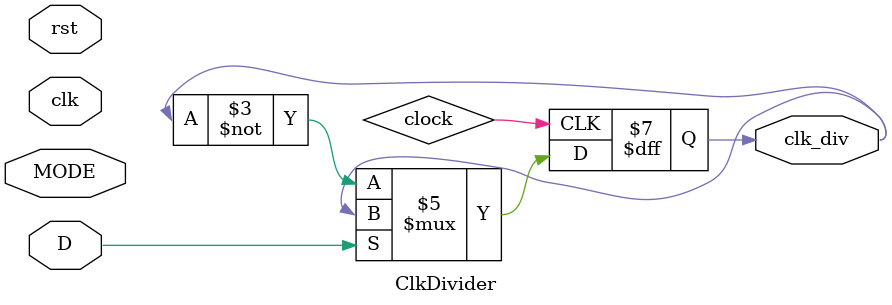
<source format=v>


module ClkDivider (

    input [3:0] MODE,
    input clk,
    input D,
    input rst,
    output reg clk_div,
	
 );
 
 wire clock_25;
 wire clock_50;
    always@(posedge clock) begin
	 
		if (D == 1) 
		clk_div <= clk_div;
		else 
		clk_div <= ~clk_div;
		
end
endmodule
 







</source>
